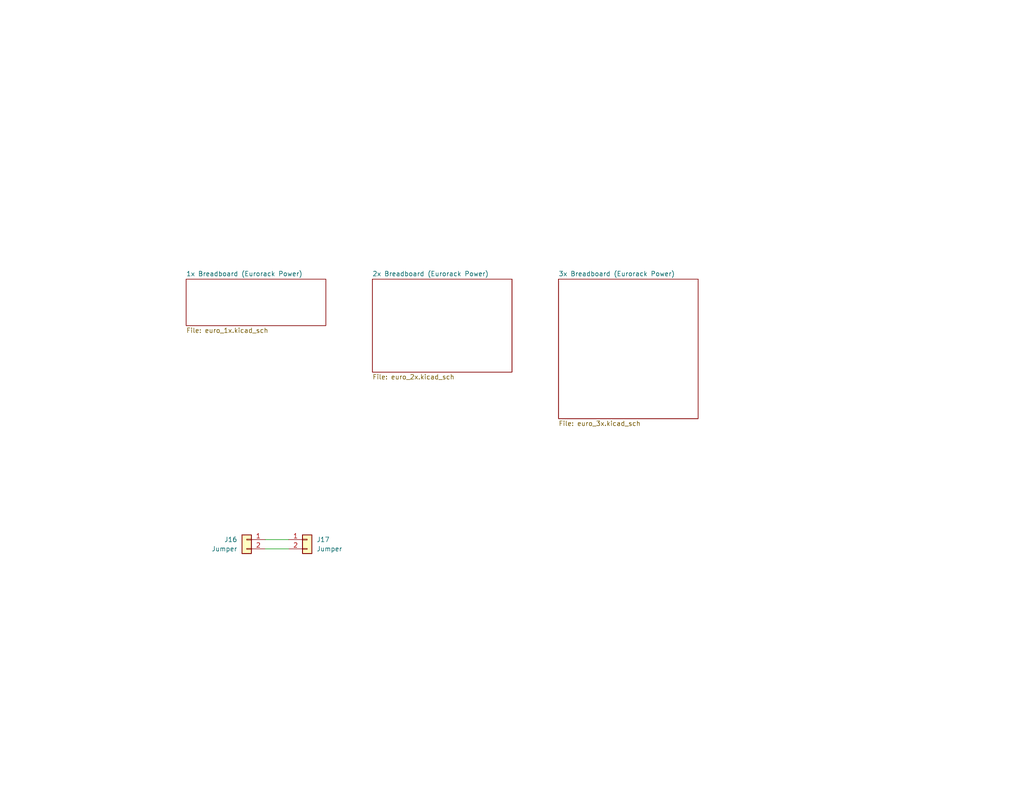
<source format=kicad_sch>
(kicad_sch (version 20230121) (generator eeschema)

  (uuid 6ebce4fe-21e5-4ad9-b2a4-6b3438091e2e)

  (paper "USLetter")

  (lib_symbols
    (symbol "Connector_Generic:Conn_01x02" (pin_names (offset 1.016) hide) (in_bom yes) (on_board yes)
      (property "Reference" "J" (at 0 2.54 0)
        (effects (font (size 1.27 1.27)))
      )
      (property "Value" "Conn_01x02" (at 0 -5.08 0)
        (effects (font (size 1.27 1.27)))
      )
      (property "Footprint" "" (at 0 0 0)
        (effects (font (size 1.27 1.27)) hide)
      )
      (property "Datasheet" "~" (at 0 0 0)
        (effects (font (size 1.27 1.27)) hide)
      )
      (property "ki_keywords" "connector" (at 0 0 0)
        (effects (font (size 1.27 1.27)) hide)
      )
      (property "ki_description" "Generic connector, single row, 01x02, script generated (kicad-library-utils/schlib/autogen/connector/)" (at 0 0 0)
        (effects (font (size 1.27 1.27)) hide)
      )
      (property "ki_fp_filters" "Connector*:*_1x??_*" (at 0 0 0)
        (effects (font (size 1.27 1.27)) hide)
      )
      (symbol "Conn_01x02_1_1"
        (rectangle (start -1.27 -2.413) (end 0 -2.667)
          (stroke (width 0.1524) (type default))
          (fill (type none))
        )
        (rectangle (start -1.27 0.127) (end 0 -0.127)
          (stroke (width 0.1524) (type default))
          (fill (type none))
        )
        (rectangle (start -1.27 1.27) (end 1.27 -3.81)
          (stroke (width 0.254) (type default))
          (fill (type background))
        )
        (pin passive line (at -5.08 0 0) (length 3.81)
          (name "Pin_1" (effects (font (size 1.27 1.27))))
          (number "1" (effects (font (size 1.27 1.27))))
        )
        (pin passive line (at -5.08 -2.54 0) (length 3.81)
          (name "Pin_2" (effects (font (size 1.27 1.27))))
          (number "2" (effects (font (size 1.27 1.27))))
        )
      )
    )
  )


  (wire (pts (xy 72.39 149.86) (xy 78.74 149.86))
    (stroke (width 0) (type default))
    (uuid 11e1eeaa-8e16-484e-9502-d6c8deed4ffa)
  )
  (wire (pts (xy 72.39 147.32) (xy 78.74 147.32))
    (stroke (width 0) (type default))
    (uuid 8a0508de-b999-48d4-b062-1f27e922dc82)
  )

  (symbol (lib_id "Connector_Generic:Conn_01x02") (at 67.31 147.32 0) (mirror y) (unit 1)
    (in_bom yes) (on_board yes) (dnp no)
    (uuid 457b6513-9570-4c15-a22a-0ef64812ca9c)
    (property "Reference" "J14" (at 64.77 147.32 0)
      (effects (font (size 1.27 1.27)) (justify left))
    )
    (property "Value" "Jumper" (at 64.77 149.86 0)
      (effects (font (size 1.27 1.27)) (justify left))
    )
    (property "Footprint" "audio_breadboard:PinSocket_1x02_P2.54mm_Vertical" (at 67.31 147.32 0)
      (effects (font (size 1.27 1.27)) hide)
    )
    (property "Datasheet" "~" (at 67.31 147.32 0)
      (effects (font (size 1.27 1.27)) hide)
    )
    (pin "1" (uuid e20a727c-f8b9-4672-b6c9-dad937cd320b))
    (pin "2" (uuid 1d63c200-5695-4511-b44c-70b2c99de74b))
    (instances
      (project "audio_breadboard"
        (path "/6ebce4fe-21e5-4ad9-b2a4-6b3438091e2e/68d3237e-7e5b-4059-80ba-5a46ce4046f0"
          (reference "J14") (unit 1)
        )
        (path "/6ebce4fe-21e5-4ad9-b2a4-6b3438091e2e"
          (reference "J16") (unit 1)
        )
      )
    )
  )

  (symbol (lib_id "Connector_Generic:Conn_01x02") (at 83.82 147.32 0) (unit 1)
    (in_bom yes) (on_board yes) (dnp no)
    (uuid f6c1748f-46d2-4dce-9b40-0813c61ed495)
    (property "Reference" "J14" (at 86.36 147.32 0)
      (effects (font (size 1.27 1.27)) (justify left))
    )
    (property "Value" "Jumper" (at 86.36 149.86 0)
      (effects (font (size 1.27 1.27)) (justify left))
    )
    (property "Footprint" "audio_breadboard:PinSocket_1x02_P2.54mm_Vertical" (at 83.82 147.32 0)
      (effects (font (size 1.27 1.27)) hide)
    )
    (property "Datasheet" "~" (at 83.82 147.32 0)
      (effects (font (size 1.27 1.27)) hide)
    )
    (pin "1" (uuid 80711c00-9c43-4721-b1e3-e3c0d0e61045))
    (pin "2" (uuid 4a1f92f8-a46b-465c-9ba9-bb56a79c312f))
    (instances
      (project "audio_breadboard"
        (path "/6ebce4fe-21e5-4ad9-b2a4-6b3438091e2e/68d3237e-7e5b-4059-80ba-5a46ce4046f0"
          (reference "J14") (unit 1)
        )
        (path "/6ebce4fe-21e5-4ad9-b2a4-6b3438091e2e"
          (reference "J17") (unit 1)
        )
      )
    )
  )

  (sheet (at 152.4 76.2) (size 38.1 38.1) (fields_autoplaced)
    (stroke (width 0.1524) (type solid))
    (fill (color 0 0 0 0.0000))
    (uuid 207a1a3f-5f79-42f6-8d10-415a0a9ef16b)
    (property "Sheetname" "3x Breadboard (Eurorack Power)" (at 152.4 75.4884 0)
      (effects (font (size 1.27 1.27)) (justify left bottom))
    )
    (property "Sheetfile" "euro_3x.kicad_sch" (at 152.4 114.8846 0)
      (effects (font (size 1.27 1.27)) (justify left top))
    )
    (property "Field2" "" (at 152.4 76.2 0)
      (effects (font (size 1.27 1.27)) hide)
    )
    (instances
      (project "audio_breadboard"
        (path "/6ebce4fe-21e5-4ad9-b2a4-6b3438091e2e" (page "4"))
      )
    )
  )

  (sheet (at 50.8 76.2) (size 38.1 12.7) (fields_autoplaced)
    (stroke (width 0.1524) (type solid))
    (fill (color 0 0 0 0.0000))
    (uuid 68d3237e-7e5b-4059-80ba-5a46ce4046f0)
    (property "Sheetname" "1x Breadboard (Eurorack Power)" (at 50.8 75.4884 0)
      (effects (font (size 1.27 1.27)) (justify left bottom))
    )
    (property "Sheetfile" "euro_1x.kicad_sch" (at 50.8 89.4846 0)
      (effects (font (size 1.27 1.27)) (justify left top))
    )
    (instances
      (project "audio_breadboard"
        (path "/6ebce4fe-21e5-4ad9-b2a4-6b3438091e2e" (page "2"))
      )
    )
  )

  (sheet (at 101.6 76.2) (size 38.1 25.4) (fields_autoplaced)
    (stroke (width 0.1524) (type solid))
    (fill (color 0 0 0 0.0000))
    (uuid e3b5411c-9a00-4fa6-b67d-e96d631c2656)
    (property "Sheetname" "2x Breadboard (Eurorack Power)" (at 101.6 75.4884 0)
      (effects (font (size 1.27 1.27)) (justify left bottom))
    )
    (property "Sheetfile" "euro_2x.kicad_sch" (at 101.6 102.1846 0)
      (effects (font (size 1.27 1.27)) (justify left top))
    )
    (instances
      (project "audio_breadboard"
        (path "/6ebce4fe-21e5-4ad9-b2a4-6b3438091e2e" (page "3"))
      )
    )
  )

  (sheet_instances
    (path "/" (page "1"))
  )
)

</source>
